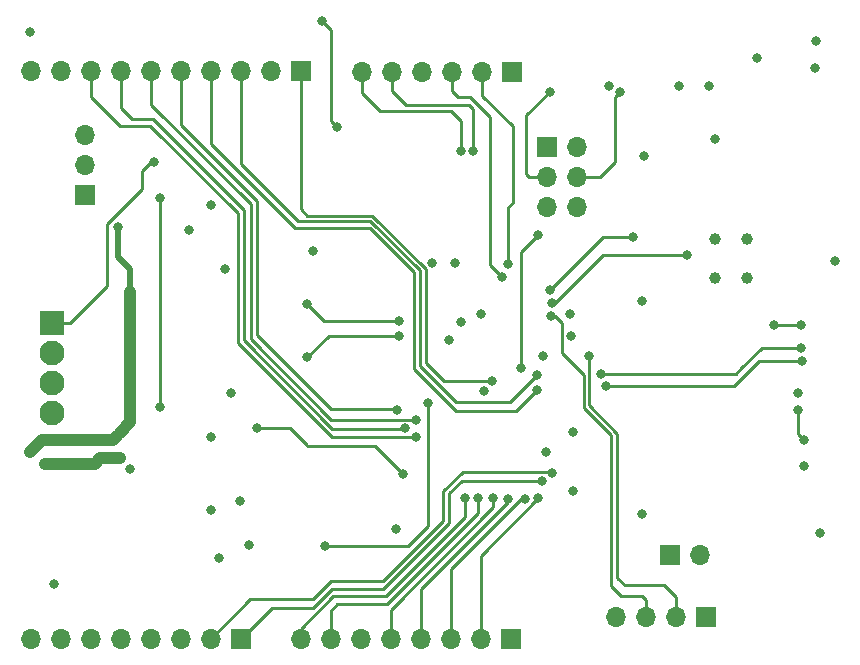
<source format=gbr>
%TF.GenerationSoftware,KiCad,Pcbnew,5.1.12-84ad8e8a86~92~ubuntu20.04.1*%
%TF.CreationDate,2022-08-01T12:29:38-07:00*%
%TF.ProjectId,LoRaXcvr_R2,4c6f5261-5863-4767-925f-52322e6b6963,rev?*%
%TF.SameCoordinates,Original*%
%TF.FileFunction,Copper,L4,Bot*%
%TF.FilePolarity,Positive*%
%FSLAX46Y46*%
G04 Gerber Fmt 4.6, Leading zero omitted, Abs format (unit mm)*
G04 Created by KiCad (PCBNEW 5.1.12-84ad8e8a86~92~ubuntu20.04.1) date 2022-08-01 12:29:38*
%MOMM*%
%LPD*%
G01*
G04 APERTURE LIST*
%TA.AperFunction,ComponentPad*%
%ADD10R,1.700000X1.700000*%
%TD*%
%TA.AperFunction,ComponentPad*%
%ADD11O,1.700000X1.700000*%
%TD*%
%TA.AperFunction,ComponentPad*%
%ADD12R,2.100000X2.100000*%
%TD*%
%TA.AperFunction,ComponentPad*%
%ADD13C,2.100000*%
%TD*%
%TA.AperFunction,ComponentPad*%
%ADD14C,1.000000*%
%TD*%
%TA.AperFunction,ViaPad*%
%ADD15C,0.800000*%
%TD*%
%TA.AperFunction,Conductor*%
%ADD16C,0.250000*%
%TD*%
%TA.AperFunction,Conductor*%
%ADD17C,1.016000*%
%TD*%
%TA.AperFunction,Conductor*%
%ADD18C,0.508000*%
%TD*%
G04 APERTURE END LIST*
D10*
%TO.P,J8,1*%
%TO.N,+3V3*%
X148437600Y-44958000D03*
D11*
%TO.P,J8,2*%
%TO.N,/UART1_TXD*%
X145897600Y-44958000D03*
%TO.P,J8,3*%
%TO.N,/UART1_RXD*%
X143357600Y-44958000D03*
%TO.P,J8,4*%
%TO.N,GND*%
X140817600Y-44958000D03*
%TO.P,J8,5*%
%TO.N,/I2C1_SCL*%
X138277600Y-44958000D03*
%TO.P,J8,6*%
%TO.N,/I2C1_SDA*%
X135737600Y-44958000D03*
%TD*%
D10*
%TO.P,J10,1*%
%TO.N,/PB10*%
X125432820Y-92933520D03*
D11*
%TO.P,J10,2*%
%TO.N,/PB11*%
X122892820Y-92933520D03*
%TO.P,J10,3*%
%TO.N,/PB15*%
X120352820Y-92933520D03*
%TO.P,J10,4*%
%TO.N,/PB14*%
X117812820Y-92933520D03*
%TO.P,J10,5*%
%TO.N,/PB13*%
X115272820Y-92933520D03*
%TO.P,J10,6*%
%TO.N,/PB12*%
X112732820Y-92933520D03*
%TO.P,J10,7*%
%TO.N,GND*%
X110192820Y-92933520D03*
%TO.P,J10,8*%
%TO.N,+5V*%
X107652820Y-92933520D03*
%TD*%
D12*
%TO.P,J1,1*%
%TO.N,/BATV6*%
X109474000Y-66167000D03*
D13*
%TO.P,J1,2*%
X109474000Y-68707000D03*
%TO.P,J1,3*%
%TO.N,GND*%
X109474000Y-71247000D03*
%TO.P,J1,4*%
X109474000Y-73787000D03*
%TD*%
D10*
%TO.P,J2,1*%
%TO.N,+3V3*%
X151356060Y-51305460D03*
D11*
%TO.P,J2,2*%
X153896060Y-51305460D03*
%TO.P,J2,3*%
%TO.N,Net-(J2-Pad3)*%
X151356060Y-53845460D03*
%TO.P,J2,4*%
%TO.N,Net-(J2-Pad4)*%
X153896060Y-53845460D03*
%TO.P,J2,5*%
%TO.N,GND*%
X151356060Y-56385460D03*
%TO.P,J2,6*%
X153896060Y-56385460D03*
%TD*%
D10*
%TO.P,J4,1*%
%TO.N,+3V3*%
X161825940Y-85877400D03*
D11*
%TO.P,J4,2*%
%TO.N,Net-(J3-Pad1)*%
X164365940Y-85877400D03*
%TD*%
D10*
%TO.P,J6,1*%
%TO.N,GND*%
X148292820Y-92964000D03*
D11*
%TO.P,J6,2*%
%TO.N,/ADC_IN9*%
X145752820Y-92964000D03*
%TO.P,J6,3*%
%TO.N,/ADC_IN8*%
X143212820Y-92964000D03*
%TO.P,J6,4*%
%TO.N,/ADC_IN7*%
X140672820Y-92964000D03*
%TO.P,J6,5*%
%TO.N,/ADC_IN6*%
X138132820Y-92964000D03*
%TO.P,J6,6*%
%TO.N,GND*%
X135592820Y-92964000D03*
%TO.P,J6,7*%
%TO.N,/DAC_OUT2*%
X133052820Y-92964000D03*
%TO.P,J6,8*%
%TO.N,/DAC_OUT1*%
X130512820Y-92964000D03*
%TD*%
D10*
%TO.P,J7,1*%
%TO.N,/NRST*%
X130566160Y-44886880D03*
D11*
%TO.P,J7,2*%
%TO.N,+3V3*%
X128026160Y-44886880D03*
%TO.P,J7,3*%
%TO.N,/PA10*%
X125486160Y-44886880D03*
%TO.P,J7,4*%
%TO.N,/PA9*%
X122946160Y-44886880D03*
%TO.P,J7,5*%
%TO.N,/PA3*%
X120406160Y-44886880D03*
%TO.P,J7,6*%
%TO.N,/PA0*%
X117866160Y-44886880D03*
%TO.P,J7,7*%
%TO.N,/PA1*%
X115326160Y-44886880D03*
%TO.P,J7,8*%
%TO.N,/PA2*%
X112786160Y-44886880D03*
%TO.P,J7,9*%
%TO.N,N/C*%
X110246160Y-44886880D03*
%TO.P,J7,10*%
%TO.N,GND*%
X107706160Y-44886880D03*
%TD*%
D10*
%TO.P,J3,1*%
%TO.N,Net-(J3-Pad1)*%
X164846000Y-91059000D03*
D11*
%TO.P,J3,2*%
%TO.N,/SWDIO*%
X162306000Y-91059000D03*
%TO.P,J3,3*%
%TO.N,/SWCLK*%
X159766000Y-91059000D03*
%TO.P,J3,4*%
%TO.N,GND*%
X157226000Y-91059000D03*
%TD*%
D10*
%TO.P,J5,1*%
%TO.N,/UART1_TXD*%
X112268000Y-55372000D03*
D11*
%TO.P,J5,2*%
%TO.N,/UART1_RXD*%
X112268000Y-52832000D03*
%TO.P,J5,3*%
%TO.N,GND*%
X112268000Y-50292000D03*
%TD*%
D14*
%TO.P,TP1,1*%
%TO.N,/DIO5*%
X165600000Y-59100000D03*
%TD*%
%TO.P,TP2,1*%
%TO.N,/DIO4*%
X165600000Y-62350000D03*
%TD*%
%TO.P,TP3,1*%
%TO.N,/DIO3*%
X168350000Y-59100000D03*
%TD*%
%TO.P,TP4,1*%
%TO.N,/DIO2*%
X168350000Y-62350000D03*
%TD*%
D15*
%TO.N,GND*%
X174482760Y-84013040D03*
X146014440Y-71996300D03*
X151020780Y-68988940D03*
X126111000Y-84963000D03*
X122936000Y-82042000D03*
X125349000Y-81280000D03*
X123571000Y-86106000D03*
X109601000Y-88265000D03*
X116034855Y-78546995D03*
X145796000Y-65405000D03*
X151257000Y-77089000D03*
X153543000Y-80391000D03*
X153289000Y-65405000D03*
X159385000Y-64357000D03*
X159386000Y-82390000D03*
X173101000Y-78327000D03*
X174116000Y-42324000D03*
X124600000Y-72100000D03*
X156600000Y-46100000D03*
X162600000Y-46100000D03*
X159600000Y-52100000D03*
X174100000Y-44600000D03*
X165100000Y-46100000D03*
X143600000Y-61100000D03*
X141612653Y-61087347D03*
X124100000Y-61600000D03*
X131600000Y-60100000D03*
X138600000Y-83600000D03*
X121100000Y-58350000D03*
X122975001Y-56225001D03*
X175724994Y-60975006D03*
%TO.N,/BATV6*%
X118100000Y-52600000D03*
%TO.N,/CLK32K0*%
X138811000Y-66040000D03*
X131100000Y-64600000D03*
%TO.N,/CLK32K1*%
X138811000Y-67310000D03*
X131100000Y-69100000D03*
%TO.N,+5V*%
X115218089Y-77626095D03*
X108839000Y-78105000D03*
%TO.N,/NRST*%
X146685000Y-71120000D03*
%TO.N,+3V3*%
X122936000Y-75819000D03*
X153543000Y-75438000D03*
X153416000Y-67310000D03*
X172593000Y-72104000D03*
X169163000Y-43721000D03*
X165600000Y-50600000D03*
X144100000Y-66100000D03*
X143100000Y-67600000D03*
X107600000Y-41600000D03*
%TO.N,+3.3VADC*%
X141328140Y-73002140D03*
X132600000Y-85100000D03*
%TO.N,/LED0*%
X132350000Y-40600000D03*
X133600000Y-49600000D03*
%TO.N,Net-(J2-Pad3)*%
X151600000Y-46600000D03*
%TO.N,Net-(J2-Pad4)*%
X157600000Y-46600000D03*
%TO.N,/SWCLK*%
X151731980Y-65613280D03*
%TO.N,/SWDIO*%
X154944088Y-68970168D03*
%TO.N,/UART1_TXD*%
X148094700Y-61191140D03*
%TO.N,/UART1_RXD*%
X147579080Y-62326520D03*
%TO.N,/I2C1_SCL*%
X145100000Y-51600000D03*
%TO.N,/I2C1_SDA*%
X144100000Y-51600000D03*
%TO.N,/PB10*%
X150931880Y-79537560D03*
%TO.N,/PB11*%
X151823420Y-78910180D03*
%TO.N,/PA10*%
X150495000Y-70612000D03*
%TO.N,/PA9*%
X150495000Y-71882000D03*
%TO.N,/PA3*%
X138689080Y-73527920D03*
%TO.N,/PA2*%
X140298280Y-75888518D03*
%TO.N,/PA1*%
X139354560Y-75112880D03*
%TO.N,/PA0*%
X140258800Y-74378820D03*
%TO.N,/ADC_IN6*%
X146829780Y-81028540D03*
X139192000Y-78994000D03*
X126850000Y-75100000D03*
%TO.N,/DAC_OUT1*%
X144447260Y-80975200D03*
%TO.N,/ADC_IN7*%
X148046440Y-81059020D03*
%TO.N,/DAC_OUT2*%
X145577560Y-81028540D03*
%TO.N,/ADC_IN8*%
X149542500Y-81079340D03*
%TO.N,/ADC_IN9*%
X150652480Y-81053940D03*
%TO.N,/DIO3*%
X172600000Y-73600000D03*
X173100000Y-76100000D03*
%TO.N,/DIO2*%
X172850000Y-66350000D03*
X170600000Y-66350000D03*
%TO.N,/BOOT1*%
X149202140Y-70032880D03*
X150611840Y-58780680D03*
%TO.N,Net-(R2-Pad2)*%
X118600000Y-55600000D03*
X118600000Y-73350000D03*
%TO.N,/RX_DONE*%
X156337000Y-71501000D03*
X172974000Y-69437000D03*
%TO.N,/RX_TIMEOUT*%
X155956000Y-70485000D03*
X172847000Y-68294000D03*
%TO.N,/NSS1*%
X151765000Y-64516000D03*
X163195000Y-60452000D03*
%TO.N,/SCK1*%
X151638000Y-63373000D03*
X158623000Y-58928000D03*
%TO.N,Net-(C1-Pad1)*%
X107600000Y-77100000D03*
X116100000Y-63600000D03*
X115100000Y-58100000D03*
%TD*%
D16*
%TO.N,/BATV6*%
X109474000Y-66167000D02*
X111033000Y-66167000D01*
X111033000Y-66167000D02*
X114100000Y-63100000D01*
X114100000Y-63100000D02*
X114100000Y-57850000D01*
X114100000Y-57850000D02*
X117100000Y-54850000D01*
X117100000Y-54850000D02*
X117100000Y-53350000D01*
X117850000Y-52600000D02*
X118100000Y-52600000D01*
X117100000Y-53350000D02*
X117850000Y-52600000D01*
%TO.N,/CLK32K0*%
X132540000Y-66040000D02*
X138811000Y-66040000D01*
X131100000Y-64600000D02*
X132540000Y-66040000D01*
%TO.N,/CLK32K1*%
X132890000Y-67310000D02*
X138811000Y-67310000D01*
X131100000Y-69100000D02*
X132890000Y-67310000D01*
D17*
%TO.N,+5V*%
X113095000Y-78105000D02*
X113573905Y-77626095D01*
X108839000Y-78105000D02*
X113095000Y-78105000D01*
X113573905Y-77626095D02*
X115218089Y-77626095D01*
D16*
%TO.N,/NRST*%
X130566160Y-44886880D02*
X130566160Y-46133840D01*
X131100000Y-57100000D02*
X130600000Y-56600000D01*
X141100000Y-61600000D02*
X136600000Y-57100000D01*
X136600000Y-57100000D02*
X131100000Y-57100000D01*
X141100000Y-69599000D02*
X141100000Y-61600000D01*
X142621000Y-71120000D02*
X141100000Y-69599000D01*
X146685000Y-71120000D02*
X142621000Y-71120000D01*
X130556000Y-44897040D02*
X130566160Y-44886880D01*
X130556000Y-56556000D02*
X130556000Y-44897040D01*
%TO.N,+3.3VADC*%
X141328140Y-81328140D02*
X141328140Y-73002140D01*
X132600000Y-85100000D02*
X139600000Y-85100000D01*
X141328140Y-83371860D02*
X141328140Y-81328140D01*
X139600000Y-85100000D02*
X141328140Y-83371860D01*
X141328140Y-81871860D02*
X141328140Y-81328140D01*
%TO.N,/LED0*%
X132350000Y-40600000D02*
X133100000Y-41350000D01*
X133100000Y-49100000D02*
X133600000Y-49600000D01*
X133100000Y-41350000D02*
X133100000Y-49100000D01*
%TO.N,Net-(J2-Pad3)*%
X151600000Y-46600000D02*
X149600000Y-48600000D01*
X149600000Y-48600000D02*
X149600000Y-53600000D01*
X149845460Y-53845460D02*
X151356060Y-53845460D01*
X149600000Y-53600000D02*
X149845460Y-53845460D01*
%TO.N,Net-(J2-Pad4)*%
X157600000Y-46600000D02*
X157100000Y-47100000D01*
X157100000Y-47100000D02*
X157100000Y-52600000D01*
X155854540Y-53845460D02*
X153896060Y-53845460D01*
X157100000Y-52600000D02*
X155854540Y-53845460D01*
%TO.N,/SWCLK*%
X156794200Y-88468200D02*
X157607000Y-89281000D01*
X154494078Y-73356318D02*
X156794200Y-75656440D01*
X154494078Y-70587718D02*
X154494078Y-73356318D01*
X159766000Y-89662000D02*
X159766000Y-91059000D01*
X159385000Y-89281000D02*
X159766000Y-89662000D01*
X152654000Y-68747640D02*
X154494078Y-70587718D01*
X152654000Y-66167000D02*
X152654000Y-68747640D01*
X156794200Y-75656440D02*
X156794200Y-88468200D01*
X152100280Y-65613280D02*
X152654000Y-66167000D01*
X157607000Y-89281000D02*
X159385000Y-89281000D01*
X151731980Y-65613280D02*
X152100280Y-65613280D01*
%TO.N,/SWDIO*%
X162306000Y-89408000D02*
X162306000Y-91059000D01*
X161290000Y-88392000D02*
X162306000Y-89408000D01*
X157988000Y-88392000D02*
X161290000Y-88392000D01*
X157350460Y-87754460D02*
X157988000Y-88392000D01*
X154944088Y-73161168D02*
X157350460Y-75567540D01*
X157350460Y-75567540D02*
X157350460Y-87754460D01*
X154944088Y-68970168D02*
X154944088Y-73161168D01*
%TO.N,Net-(J3-Pad1)*%
X164338000Y-85905340D02*
X164365940Y-85877400D01*
%TO.N,/UART1_TXD*%
X148094700Y-56375300D02*
X148094700Y-61191140D01*
X148463000Y-56007000D02*
X148094700Y-56375300D01*
X148463000Y-49530000D02*
X148463000Y-56007000D01*
X145897600Y-46964600D02*
X148463000Y-49530000D01*
X145897600Y-44958000D02*
X145897600Y-46964600D01*
%TO.N,/UART1_RXD*%
X146558000Y-48768000D02*
X144891760Y-47101760D01*
X146558000Y-61305440D02*
X146558000Y-48768000D01*
X147579080Y-62326520D02*
X146558000Y-61305440D01*
X143357600Y-44958000D02*
X143357600Y-46583600D01*
X143875760Y-47101760D02*
X144891760Y-47101760D01*
X143357600Y-46583600D02*
X143875760Y-47101760D01*
%TO.N,/I2C1_SCL*%
X144780000Y-47752000D02*
X139446000Y-47752000D01*
X138277600Y-44958000D02*
X138277600Y-46583600D01*
X138277600Y-46583600D02*
X139446000Y-47752000D01*
X145100000Y-48072000D02*
X144780000Y-47752000D01*
X145100000Y-51600000D02*
X145100000Y-48072000D01*
%TO.N,/I2C1_SDA*%
X135737600Y-46737600D02*
X135737600Y-44958000D01*
X137260000Y-48260000D02*
X135737600Y-46737600D01*
X144100000Y-49100000D02*
X143260000Y-48260000D01*
X144100000Y-51600000D02*
X144100000Y-49100000D01*
X143260000Y-48260000D02*
X137260000Y-48260000D01*
%TO.N,/PB10*%
X143100000Y-83100000D02*
X143100000Y-80600000D01*
X137515500Y-88684500D02*
X143100000Y-83100000D01*
X131579620Y-90289380D02*
X133184500Y-88684500D01*
X128076960Y-90289380D02*
X131579620Y-90289380D01*
X125432820Y-92933520D02*
X128076960Y-90289380D01*
X143100000Y-80600000D02*
X144162440Y-79537560D01*
X133184500Y-88684500D02*
X137515500Y-88684500D01*
X150931880Y-79537560D02*
X144162440Y-79537560D01*
%TO.N,/PB11*%
X151725799Y-78812559D02*
X151823420Y-78910180D01*
X144251031Y-78812559D02*
X151725799Y-78812559D01*
X142600000Y-80463590D02*
X144251031Y-78812559D01*
X142600000Y-82963590D02*
X142600000Y-80463590D01*
X137510090Y-88053500D02*
X142600000Y-82963590D01*
X133053500Y-88053500D02*
X137510090Y-88053500D01*
X126263400Y-89562940D02*
X131544060Y-89562940D01*
X131544060Y-89562940D02*
X133053500Y-88053500D01*
X122892820Y-92933520D02*
X126263400Y-89562940D01*
%TO.N,/PA10*%
X148209000Y-72898000D02*
X150495000Y-70612000D01*
X143637000Y-72898000D02*
X148209000Y-72898000D01*
X140600000Y-69861000D02*
X143637000Y-72898000D01*
X140600000Y-61736410D02*
X140600000Y-69861000D01*
X136413601Y-57550011D02*
X140600000Y-61736410D01*
X130300011Y-57550011D02*
X136413601Y-57550011D01*
X125486160Y-52736160D02*
X130300011Y-57550011D01*
X125486160Y-44886880D02*
X125486160Y-52736160D01*
%TO.N,/PA9*%
X122946160Y-44886880D02*
X122946160Y-49946160D01*
X130031794Y-58168205D02*
X136395385Y-58168205D01*
X140100000Y-61872820D02*
X140100000Y-70123000D01*
X140100000Y-70123000D02*
X143637000Y-73660000D01*
X122946160Y-51082571D02*
X130031794Y-58168205D01*
X143637000Y-73660000D02*
X148717000Y-73660000D01*
X122946160Y-44886880D02*
X122946160Y-51082571D01*
X136395385Y-58168205D02*
X140100000Y-61872820D01*
X148717000Y-73660000D02*
X150495000Y-71882000D01*
%TO.N,/PA3*%
X138648440Y-73487280D02*
X138689080Y-73527920D01*
X126832360Y-67213480D02*
X133106160Y-73487280D01*
X126832360Y-55852910D02*
X126832360Y-67213480D01*
X120406160Y-49426710D02*
X126832360Y-55852910D01*
X133106160Y-73487280D02*
X138648440Y-73487280D01*
X120406160Y-44886880D02*
X120406160Y-49426710D01*
%TO.N,/PA2*%
X115214400Y-49514760D02*
X112786160Y-47086520D01*
X125204220Y-56916320D02*
X117802660Y-49514760D01*
X137733856Y-75888518D02*
X137710058Y-75864720D01*
X125204220Y-67861180D02*
X125204220Y-56916320D01*
X140298280Y-75888518D02*
X137733856Y-75888518D01*
X137710058Y-75864720D02*
X133207760Y-75864720D01*
X117802660Y-49514760D02*
X115214400Y-49514760D01*
X133207760Y-75864720D02*
X125204220Y-67861180D01*
X112786160Y-47086520D02*
X112786160Y-44886880D01*
%TO.N,/PA1*%
X116220240Y-48910240D02*
X118005860Y-48910240D01*
X125730000Y-56634380D02*
X125730000Y-67678300D01*
X118005860Y-48910240D02*
X125730000Y-56634380D01*
X115326160Y-48016160D02*
X116220240Y-48910240D01*
X139321540Y-75145900D02*
X139354560Y-75112880D01*
X133197600Y-75145900D02*
X139321540Y-75145900D01*
X125730000Y-67678300D02*
X133197600Y-75145900D01*
X115326160Y-44886880D02*
X115326160Y-48016160D01*
%TO.N,/PA0*%
X117866160Y-47744380D02*
X117866160Y-44886880D01*
X126286260Y-67546220D02*
X126286260Y-56164480D01*
X133118860Y-74378820D02*
X126286260Y-67546220D01*
X140258800Y-74378820D02*
X133118860Y-74378820D01*
X126286260Y-56164480D02*
X117866160Y-47744380D01*
%TO.N,/ADC_IN6*%
X138132820Y-90467180D02*
X138132820Y-92964000D01*
X146829780Y-81770220D02*
X138132820Y-90467180D01*
X146829780Y-81028540D02*
X146829780Y-81770220D01*
X131064000Y-76581000D02*
X136779000Y-76581000D01*
X136779000Y-76581000D02*
X139192000Y-78994000D01*
X131064000Y-76581000D02*
X131064000Y-76564000D01*
X131064000Y-76564000D02*
X130100000Y-75600000D01*
X130556000Y-76056000D02*
X130100000Y-75600000D01*
X129600000Y-75100000D02*
X126850000Y-75100000D01*
X130100000Y-75600000D02*
X129600000Y-75100000D01*
%TO.N,/DAC_OUT1*%
X137728960Y-89347040D02*
X133283960Y-89347040D01*
X144447260Y-82628740D02*
X137728960Y-89347040D01*
X130512820Y-92118180D02*
X130512820Y-92964000D01*
X133283960Y-89347040D02*
X130512820Y-92118180D01*
X144447260Y-80975200D02*
X144447260Y-82628740D01*
%TO.N,/ADC_IN7*%
X148046440Y-81315560D02*
X140672820Y-88689180D01*
X148046440Y-81059020D02*
X148046440Y-81315560D01*
X140672820Y-92964000D02*
X140672820Y-88689180D01*
%TO.N,/DAC_OUT2*%
X145577560Y-82260440D02*
X145577560Y-81028540D01*
X137812780Y-90025220D02*
X145577560Y-82260440D01*
X136161780Y-90025220D02*
X133621780Y-90025220D01*
X136034780Y-90025220D02*
X136161780Y-90025220D01*
X136161780Y-90025220D02*
X137812780Y-90025220D01*
X133052820Y-90594180D02*
X133052820Y-92964000D01*
X133621780Y-90025220D02*
X133052820Y-90594180D01*
%TO.N,/ADC_IN8*%
X149171660Y-81079340D02*
X149542500Y-81079340D01*
X143212820Y-87038180D02*
X149171660Y-81079340D01*
X143212820Y-92964000D02*
X143212820Y-87038180D01*
%TO.N,/ADC_IN9*%
X145752820Y-92964000D02*
X145752820Y-85953600D01*
X150652480Y-81053940D02*
X145752820Y-85953600D01*
%TO.N,/DIO3*%
X172600000Y-75600000D02*
X173100000Y-76100000D01*
X172600000Y-73600000D02*
X172600000Y-75600000D01*
%TO.N,/DIO2*%
X170600000Y-66350000D02*
X172850000Y-66350000D01*
%TO.N,/BOOT1*%
X149202140Y-60190380D02*
X150611840Y-58780680D01*
X149202140Y-70032880D02*
X149202140Y-60190380D01*
%TO.N,Net-(R2-Pad2)*%
X118600000Y-55600000D02*
X118600000Y-73350000D01*
%TO.N,/RX_DONE*%
X169291000Y-69437000D02*
X172974000Y-69437000D01*
X167227000Y-71501000D02*
X167739000Y-70989000D01*
X156337000Y-71501000D02*
X167227000Y-71501000D01*
X167739000Y-70989000D02*
X169291000Y-69437000D01*
%TO.N,/RX_TIMEOUT*%
X169545000Y-68294000D02*
X172847000Y-68294000D01*
X167354000Y-70485000D02*
X167794500Y-70044500D01*
X155956000Y-70485000D02*
X167354000Y-70485000D01*
X167794500Y-70044500D02*
X169545000Y-68294000D01*
%TO.N,/NSS1*%
X151765000Y-64516000D02*
X152019000Y-64516000D01*
X156083000Y-60452000D02*
X163195000Y-60452000D01*
X152019000Y-64516000D02*
X156083000Y-60452000D01*
%TO.N,/SCK1*%
X156083000Y-58928000D02*
X158623000Y-58928000D01*
X151638000Y-63373000D02*
X156083000Y-58928000D01*
D17*
%TO.N,Net-(C1-Pad1)*%
X116100000Y-74600000D02*
X115225000Y-75475000D01*
X116100000Y-63600000D02*
X116100000Y-74600000D01*
X107600000Y-77100000D02*
X108600000Y-76100000D01*
X114600000Y-76100000D02*
X114975000Y-75725000D01*
X108600000Y-76100000D02*
X114600000Y-76100000D01*
D18*
X115225000Y-75475000D02*
X114975000Y-75725000D01*
X115100000Y-58100000D02*
X115100000Y-60600000D01*
X116100000Y-61600000D02*
X116100000Y-63600000D01*
X115100000Y-60600000D02*
X116100000Y-61600000D01*
%TD*%
M02*

</source>
